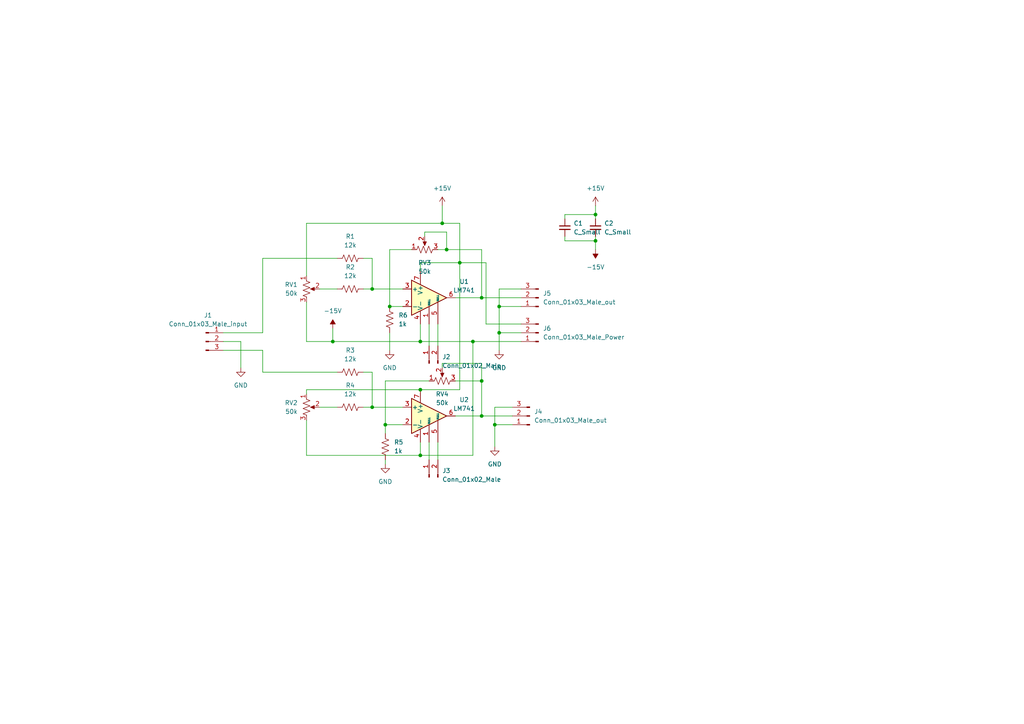
<source format=kicad_sch>
(kicad_sch (version 20211123) (generator eeschema)
  (paper "A4")
  (lib_symbols
    (symbol "Amplifier_Operational:LM741" (pin_names (offset 0.127))
      (property "Reference" "U" (at 0 6.35 0))
      (property "Value" "LM741" (at 0 3.81 0))
      (symbol "LM741_0_1"
        (polyline (pts (xy -5.08 5.08) (xy 5.08 0) (xy -5.08 -5.08) (xy -5.08 5.08)) (stroke (width 0.254)) (fill (type background)))
      )
      (symbol "LM741_1_1"
        (pin input line (at 0 -7.62 90) (length 5.08) (name "NULL") (number "1"))
        (pin input line (at -7.62 -2.54 0) (length 2.54) (name "-") (number "2"))
        (pin input line (at -7.62 2.54 0) (length 2.54) (name "+") (number "3"))
        (pin power_in line (at -2.54 -7.62 90) (length 3.81) (name "V-") (number "4"))
        (pin input line (at 2.54 -7.62 90) (length 6.35) (name "NULL") (number "5"))
        (pin output line (at 7.62 0 180) (length 2.54) (name "~") (number "6"))
        (pin power_in line (at -2.54 7.62 270) (length 3.81) (name "V+") (number "7"))
        (pin no_connect line (at 0 2.54 270) (length 2.54) hide (name "NC") (number "8"))
      )
    )
    (symbol "Connector:Conn_01x02_Male" (pin_names (offset 1.016) hide)
      (property "Reference" "J" (at 0 2.54 0))
      (property "Value" "Conn_01x02_Male" (at 0 -5.08 0))
      (symbol "Conn_01x02_Male_1_1"
        (polyline (pts (xy 1.27 -2.54) (xy 0.8636 -2.54)) (stroke (width 0.1524)))
        (polyline (pts (xy 1.27 0) (xy 0.8636 0)) (stroke (width 0.1524)))
        (rectangle (start 0.8636 -2.413) (end 0 -2.667) (stroke (width 0.1524)) (fill (type outline)))
        (rectangle (start 0.8636 0.127) (end 0 -0.127) (stroke (width 0.1524)) (fill (type outline)))
        (pin passive line (at 5.08 0 180) (length 3.81) (name "Pin_1") (number "1"))
        (pin passive line (at 5.08 -2.54 180) (length 3.81) (name "Pin_2") (number "2"))
      )
    )
    (symbol "Connector:Conn_01x03_Male" (pin_names (offset 1.016) hide)
      (property "Reference" "J" (at 0 5.08 0))
      (property "Value" "Conn_01x03_Male" (at 0 -5.08 0))
      (symbol "Conn_01x03_Male_1_1"
        (polyline (pts (xy 1.27 -2.54) (xy 0.8636 -2.54)) (stroke (width 0.1524)))
        (polyline (pts (xy 1.27 0) (xy 0.8636 0)) (stroke (width 0.1524)))
        (polyline (pts (xy 1.27 2.54) (xy 0.8636 2.54)) (stroke (width 0.1524)))
        (rectangle (start 0.8636 -2.413) (end 0 -2.667) (stroke (width 0.1524)) (fill (type outline)))
        (rectangle (start 0.8636 0.127) (end 0 -0.127) (stroke (width 0.1524)) (fill (type outline)))
        (rectangle (start 0.8636 2.667) (end 0 2.413) (stroke (width 0.1524)) (fill (type outline)))
        (pin passive line (at 5.08 2.54 180) (length 3.81) (name "Pin_1") (number "1"))
        (pin passive line (at 5.08 0 180) (length 3.81) (name "Pin_2") (number "2"))
        (pin passive line (at 5.08 -2.54 180) (length 3.81) (name "Pin_3") (number "3"))
      )
    )
    (symbol "Device:C_Small" (pin_numbers hide) (pin_names (offset 0.254) hide)
      (property "Reference" "C" (at 0.254 1.778 0))
      (property "Value" "C_Small" (at 0.254 -2.032 0))
      (symbol "C_Small_0_1"
        (polyline (pts (xy -1.524 -0.508) (xy 1.524 -0.508)) (stroke (width 0.3302)))
        (polyline (pts (xy -1.524 0.508) (xy 1.524 0.508)) (stroke (width 0.3048)))
      )
      (symbol "C_Small_1_1"
        (pin passive line (at 0 2.54 270) (length 2.032) (name "~") (number "1"))
        (pin passive line (at 0 -2.54 90) (length 2.032) (name "~") (number "2"))
      )
    )
    (symbol "Device:R_Potentiometer_US" (pin_names (offset 1.016) hide)
      (property "Reference" "RV" (at -4.445 0 90))
      (property "Value" "R_Potentiometer_US" (at -2.54 0 90))
      (symbol "R_Potentiometer_US_0_1"
        (polyline (pts (xy 0 -2.286) (xy 0 -2.54)))
        (polyline (pts (xy 0 2.54) (xy 0 2.286)))
        (polyline (pts (xy 2.54 0) (xy 1.524 0)))
        (polyline (pts (xy 1.143 0) (xy 2.286 0.508) (xy 2.286 -0.508) (xy 1.143 0)) (fill (type outline)))
        (polyline (pts (xy 0 -0.762) (xy 1.016 -1.143) (xy 0 -1.524) (xy -1.016 -1.905) (xy 0 -2.286)))
        (polyline (pts (xy 0 0.762) (xy 1.016 0.381) (xy 0 0) (xy -1.016 -0.381) (xy 0 -0.762)))
        (polyline (pts (xy 0 2.286) (xy 1.016 1.905) (xy 0 1.524) (xy -1.016 1.143) (xy 0 0.762)))
      )
      (symbol "R_Potentiometer_US_1_1"
        (pin passive line (at 0 3.81 270) (length 1.27) (name "1") (number "1"))
        (pin passive line (at 3.81 0 180) (length 1.27) (name "2") (number "2"))
        (pin passive line (at 0 -3.81 90) (length 1.27) (name "3") (number "3"))
      )
    )
    (symbol "Device:R_US" (pin_numbers hide) (pin_names (offset 0))
      (property "Reference" "R" (at 2.54 0 90))
      (property "Value" "R_US" (at -2.54 0 90))
      (symbol "R_US_0_1"
        (polyline (pts (xy 0 -2.286) (xy 0 -2.54)))
        (polyline (pts (xy 0 2.286) (xy 0 2.54)))
        (polyline (pts (xy 0 -0.762) (xy 1.016 -1.143) (xy 0 -1.524) (xy -1.016 -1.905) (xy 0 -2.286)))
        (polyline (pts (xy 0 0.762) (xy 1.016 0.381) (xy 0 0) (xy -1.016 -0.381) (xy 0 -0.762)))
        (polyline (pts (xy 0 2.286) (xy 1.016 1.905) (xy 0 1.524) (xy -1.016 1.143) (xy 0 0.762)))
      )
      (symbol "R_US_1_1"
        (pin passive line (at 0 3.81 270) (length 1.27) (name "~") (number "1"))
        (pin passive line (at 0 -3.81 90) (length 1.27) (name "~") (number "2"))
      )
    )
    (symbol "power:+15V" (power) (pin_names (offset 0))
      (property "Value" "+15V" (at 0 3.556 0))
      (symbol "+15V_0_1"
        (polyline (pts (xy -0.762 1.27) (xy 0 2.54)))
        (polyline (pts (xy 0 0) (xy 0 2.54)))
        (polyline (pts (xy 0 2.54) (xy 0.762 1.27)))
      )
      (symbol "+15V_1_1"
        (pin power_in line (at 0 0 90) (length 0) hide (name "+15V") (number "1"))
      )
    )
    (symbol "power:-15V" (power) (pin_names (offset 0))
      (property "Value" "-15V" (at 0 3.81 0))
      (symbol "-15V_0_0"
        (pin power_in line (at 0 0 90) (length 0) hide (name "-15V") (number "1"))
      )
      (symbol "-15V_0_1"
        (polyline (pts (xy 0 0) (xy 0 1.27) (xy 0.762 1.27) (xy 0 2.54) (xy -0.762 1.27) (xy 0 1.27)) (fill (type outline)))
      )
    )
    (symbol "power:GND" (power) (pin_names (offset 0))
      (property "Value" "GND" (at 0 -3.81 0))
      (symbol "GND_0_1"
        (polyline (pts (xy 0 0) (xy 0 -1.27) (xy 1.27 -1.27) (xy 0 -2.54) (xy -1.27 -1.27) (xy 0 -1.27)))
      )
      (symbol "GND_1_1"
        (pin power_in line (at 0 0 270) (length 0) hide (name "GND") (number "1"))
      )
    )
  )
  (junction (at 107.95 83.82))
  (junction (at 121.92 99.06))
  (junction (at 96.52 99.06))
  (junction (at 128.27 64.77))
  (junction (at 133.35 76.2))
  (junction (at 111.76 123.19))
  (junction (at 172.72 69.85))
  (junction (at 121.92 113.03))
  (junction (at 137.16 99.06))
  (junction (at 143.51 123.19))
  (junction (at 129.54 72.39))
  (junction (at 107.95 118.11))
  (junction (at 139.7 86.36))
  (junction (at 113.03 88.9))
  (junction (at 144.78 96.52))
  (junction (at 139.7 110.49))
  (junction (at 121.92 132.08))
  (junction (at 139.7 120.65))
  (junction (at 172.72 62.23))
  (junction (at 144.78 88.9))
  (wire (pts (xy 105.41 107.95) (xy 107.95 107.95)))
  (wire (pts (xy 105.41 83.82) (xy 107.95 83.82)))
  (wire (pts (xy 144.78 83.82) (xy 151.13 83.82)))
  (wire (pts (xy 121.92 76.2) (xy 133.35 76.2)))
  (wire (pts (xy 128.27 64.77) (xy 88.9 64.77)))
  (wire (pts (xy 129.54 72.39) (xy 139.7 72.39)))
  (wire (pts (xy 127 72.39) (xy 129.54 72.39)))
  (wire (pts (xy 76.2 96.52) (xy 76.2 74.93)))
  (wire (pts (xy 92.71 83.82) (xy 97.79 83.82)))
  (wire (pts (xy 127 93.98) (xy 127 100.33)))
  (wire (pts (xy 107.95 118.11) (xy 116.84 118.11)))
  (wire (pts (xy 139.7 105.41) (xy 139.7 110.49)))
  (wire (pts (xy 144.78 96.52) (xy 144.78 101.6)))
  (wire (pts (xy 128.27 59.69) (xy 128.27 64.77)))
  (wire (pts (xy 172.72 69.85) (xy 172.72 72.39)))
  (wire (pts (xy 121.92 128.27) (xy 121.92 132.08)))
  (wire (pts (xy 76.2 101.6) (xy 76.2 107.95)))
  (wire (pts (xy 132.08 110.49) (xy 139.7 110.49)))
  (wire (pts (xy 88.9 99.06) (xy 88.9 87.63)))
  (wire (pts (xy 132.08 86.36) (xy 139.7 86.36)))
  (wire (pts (xy 121.92 93.98) (xy 121.92 99.06)))
  (wire (pts (xy 128.27 105.41) (xy 139.7 105.41)))
  (wire (pts (xy 121.92 132.08) (xy 137.16 132.08)))
  (wire (pts (xy 163.83 63.5) (xy 163.83 62.23)))
  (wire (pts (xy 105.41 118.11) (xy 107.95 118.11)))
  (wire (pts (xy 64.77 101.6) (xy 76.2 101.6)))
  (wire (pts (xy 133.35 76.2) (xy 140.97 76.2)))
  (wire (pts (xy 88.9 99.06) (xy 96.52 99.06)))
  (wire (pts (xy 140.97 76.2) (xy 140.97 93.98)))
  (wire (pts (xy 143.51 123.19) (xy 143.51 129.54)))
  (wire (pts (xy 123.19 67.31) (xy 129.54 67.31)))
  (wire (pts (xy 111.76 110.49) (xy 111.76 123.19)))
  (wire (pts (xy 121.92 78.74) (xy 121.92 76.2)))
  (wire (pts (xy 133.35 76.2) (xy 133.35 113.03)))
  (wire (pts (xy 119.38 72.39) (xy 113.03 72.39)))
  (wire (pts (xy 121.92 113.03) (xy 133.35 113.03)))
  (wire (pts (xy 140.97 93.98) (xy 151.13 93.98)))
  (wire (pts (xy 127 128.27) (xy 127 133.35)))
  (wire (pts (xy 172.72 62.23) (xy 172.72 63.5)))
  (wire (pts (xy 143.51 123.19) (xy 148.59 123.19)))
  (wire (pts (xy 124.46 128.27) (xy 124.46 133.35)))
  (wire (pts (xy 113.03 72.39) (xy 113.03 88.9)))
  (wire (pts (xy 69.85 99.06) (xy 69.85 106.68)))
  (wire (pts (xy 107.95 74.93) (xy 105.41 74.93)))
  (wire (pts (xy 129.54 67.31) (xy 129.54 72.39)))
  (wire (pts (xy 133.35 76.2) (xy 133.35 64.77)))
  (wire (pts (xy 144.78 88.9) (xy 151.13 88.9)))
  (wire (pts (xy 124.46 93.98) (xy 124.46 100.33)))
  (wire (pts (xy 88.9 113.03) (xy 88.9 114.3)))
  (wire (pts (xy 133.35 64.77) (xy 128.27 64.77)))
  (wire (pts (xy 88.9 132.08) (xy 121.92 132.08)))
  (wire (pts (xy 88.9 64.77) (xy 88.9 80.01)))
  (wire (pts (xy 137.16 99.06) (xy 151.13 99.06)))
  (wire (pts (xy 96.52 95.25) (xy 96.52 99.06)))
  (wire (pts (xy 151.13 96.52) (xy 144.78 96.52)))
  (wire (pts (xy 139.7 86.36) (xy 151.13 86.36)))
  (wire (pts (xy 107.95 107.95) (xy 107.95 118.11)))
  (wire (pts (xy 172.72 59.69) (xy 172.72 62.23)))
  (wire (pts (xy 64.77 96.52) (xy 76.2 96.52)))
  (wire (pts (xy 76.2 107.95) (xy 97.79 107.95)))
  (wire (pts (xy 76.2 74.93) (xy 97.79 74.93)))
  (wire (pts (xy 121.92 113.03) (xy 88.9 113.03)))
  (wire (pts (xy 88.9 121.92) (xy 88.9 132.08)))
  (wire (pts (xy 139.7 120.65) (xy 139.7 110.49)))
  (wire (pts (xy 144.78 88.9) (xy 144.78 83.82)))
  (wire (pts (xy 121.92 99.06) (xy 137.16 99.06)))
  (wire (pts (xy 111.76 133.35) (xy 111.76 134.62)))
  (wire (pts (xy 172.72 69.85) (xy 163.83 69.85)))
  (wire (pts (xy 113.03 96.52) (xy 113.03 101.6)))
  (wire (pts (xy 96.52 99.06) (xy 121.92 99.06)))
  (wire (pts (xy 148.59 118.11) (xy 143.51 118.11)))
  (wire (pts (xy 113.03 88.9) (xy 116.84 88.9)))
  (wire (pts (xy 111.76 123.19) (xy 116.84 123.19)))
  (wire (pts (xy 116.84 83.82) (xy 107.95 83.82)))
  (wire (pts (xy 163.83 62.23) (xy 172.72 62.23)))
  (wire (pts (xy 107.95 74.93) (xy 107.95 83.82)))
  (wire (pts (xy 92.71 118.11) (xy 97.79 118.11)))
  (wire (pts (xy 139.7 86.36) (xy 139.7 72.39)))
  (wire (pts (xy 163.83 68.58) (xy 163.83 69.85)))
  (wire (pts (xy 128.27 106.68) (xy 128.27 105.41)))
  (wire (pts (xy 139.7 120.65) (xy 148.59 120.65)))
  (wire (pts (xy 111.76 123.19) (xy 111.76 125.73)))
  (wire (pts (xy 124.46 110.49) (xy 111.76 110.49)))
  (wire (pts (xy 64.77 99.06) (xy 69.85 99.06)))
  (wire (pts (xy 172.72 68.58) (xy 172.72 69.85)))
  (wire (pts (xy 144.78 96.52) (xy 144.78 88.9)))
  (wire (pts (xy 143.51 118.11) (xy 143.51 123.19)))
  (wire (pts (xy 137.16 132.08) (xy 137.16 99.06)))
  (wire (pts (xy 123.19 68.58) (xy 123.19 67.31)))
  (wire (pts (xy 132.08 120.65) (xy 139.7 120.65)))
  (symbol (lib_id "power:GND") (at 144.78 101.6 0) (unit 1)
    (property "Reference" "#PWR0108" (effects hide))
    (property "Value" "GND" (at 144.78 106.68 0))
  )
  (symbol (lib_id "Device:R_US") (at 101.6 83.82 270) (unit 1)
    (property "Reference" "R2" (at 101.6 77.47 90))
    (property "Value" "12k" (at 101.6 80.01 90))
    (property "Footprint" "Resistor_THT:R_Axial_DIN0204_L3.6mm_D1.6mm_P7.62mm_Horizontal" (effects hide))
  )
  (symbol (lib_id "Device:R_Potentiometer_US") (at 88.9 83.82 0) (unit 1)
    (property "Reference" "RV1" (at 86.36 82.5499 0) (effects (justify right)))
    (property "Value" "50k" (at 86.36 85.0899 0) (effects (justify right)))
    (property "Footprint" "Potentiometer_THT:Potentiometer_Bourns_3296W_Vertical" (effects hide))
  )
  (symbol (lib_id "Device:R_Potentiometer_US") (at 128.27 110.49 90) (unit 1)
    (property "Reference" "RV4" (at 128.27 114.3 90))
    (property "Value" "50k" (at 128.27 116.84 90))
    (property "Footprint" "Potentiometer_THT:Potentiometer_Bourns_3296W_Vertical" (effects hide))
  )
  (symbol (lib_id "Connector:Conn_01x03_Male") (at 153.67 120.65 180) (unit 1)
    (property "Reference" "J4" (at 154.94 119.3799 0) (effects (justify right)))
    (property "Value" "Conn_01x03_Male_out" (at 154.94 121.9199 0) (effects (justify right)))
    (property "Footprint" "Connector_PinHeader_2.54mm:PinHeader_1x03_P2.54mm_Vertical" (effects hide))
  )
  (symbol (lib_id "power:+15V") (at 172.72 59.69 0) (unit 1)
    (property "Reference" "#PWR0104" (effects hide))
    (property "Value" "+15V" (at 172.72 54.61 0))
  )
  (symbol (lib_id "Connector:Conn_01x02_Male") (at 124.46 105.41 90) (unit 1)
    (property "Reference" "J2" (at 128.27 103.5049 90) (effects (justify right)))
    (property "Value" "Conn_01x02_Male" (at 128.27 106.0449 90) (effects (justify right)))
    (property "Footprint" "Connector_PinHeader_2.54mm:PinHeader_1x02_P2.54mm_Vertical" (effects hide))
  )
  (symbol (lib_id "Connector:Conn_01x03_Male") (at 156.21 96.52 180) (unit 1)
    (property "Reference" "J6" (at 157.48 95.2499 0) (effects (justify right)))
    (property "Value" "Conn_01x03_Male_Power" (at 157.48 97.7899 0) (effects (justify right)))
    (property "Footprint" "Connector_PinHeader_2.54mm:PinHeader_1x03_P2.54mm_Vertical" (effects hide))
  )
  (symbol (lib_id "Device:R_Potentiometer_US") (at 123.19 72.39 90) (unit 1)
    (property "Reference" "RV3" (at 123.19 76.2 90))
    (property "Value" "50k" (at 123.19 78.74 90))
    (property "Footprint" "Potentiometer_THT:Potentiometer_Bourns_3296W_Vertical" (effects hide))
  )
  (symbol (lib_id "Device:R_US") (at 101.6 118.11 90) (unit 1)
    (property "Reference" "R4" (at 101.6 111.76 90))
    (property "Value" "12k" (at 101.6 114.3 90))
    (property "Footprint" "Resistor_THT:R_Axial_DIN0204_L3.6mm_D1.6mm_P7.62mm_Horizontal" (effects hide))
  )
  (symbol (lib_id "power:GND") (at 111.76 134.62 0) (unit 1)
    (property "Reference" "#PWR0102" (effects hide))
    (property "Value" "GND" (at 111.76 139.7 0))
  )
  (symbol (lib_id "Device:C_Small") (at 163.83 66.04 0) (unit 1)
    (property "Reference" "C1" (at 166.37 64.7762 0) (effects (justify left)))
    (property "Value" "C_Small" (at 166.37 67.3162 0) (effects (justify left)))
    (property "Footprint" "Capacitor_THT:C_Rect_L7.0mm_W3.5mm_P5.00mm" (effects hide))
  )
  (symbol (lib_id "power:GND") (at 113.03 101.6 0) (unit 1)
    (property "Reference" "#PWR0101" (effects hide))
    (property "Value" "GND" (at 113.03 106.68 0))
  )
  (symbol (lib_id "power:-15V") (at 96.52 95.25 0) (unit 1)
    (property "Reference" "#PWR0106" (effects hide))
    (property "Value" "-15V" (at 96.52 90.17 0))
  )
  (symbol (lib_id "Amplifier_Operational:LM741") (at 124.46 86.36 0) (unit 1)
    (property "Reference" "U1" (at 134.62 81.661 0))
    (property "Value" "LM741" (at 134.62 84.201 0))
    (property "Footprint" "Package_DIP:DIP-8_W7.62mm" (effects hide))
    (property "Datasheet" "http://www.ti.com/lit/ds/symlink/lm741.pdf" (effects hide))
  )
  (symbol (lib_id "Connector:Conn_01x03_Male") (at 156.21 86.36 180) (unit 1)
    (property "Reference" "J5" (at 157.48 85.0899 0) (effects (justify right)))
    (property "Value" "Conn_01x03_Male_out" (at 157.48 87.6299 0) (effects (justify right)))
    (property "Footprint" "Connector_PinHeader_2.54mm:PinHeader_1x03_P2.54mm_Vertical" (effects hide))
  )
  (symbol (lib_id "power:GND") (at 69.85 106.68 0) (unit 1)
    (property "Reference" "#PWR0107" (effects hide))
    (property "Value" "GND" (at 69.85 111.76 0))
  )
  (symbol (lib_id "Device:R_US") (at 101.6 107.95 90) (unit 1)
    (property "Reference" "R3" (at 101.6 101.6 90))
    (property "Value" "12k" (at 101.6 104.14 90))
    (property "Footprint" "Resistor_THT:R_Axial_DIN0204_L3.6mm_D1.6mm_P7.62mm_Horizontal" (effects hide))
  )
  (symbol (lib_id "Device:R_Potentiometer_US") (at 88.9 118.11 0) (unit 1)
    (property "Reference" "RV2" (at 86.36 116.8399 0) (effects (justify right)))
    (property "Value" "50k" (at 86.36 119.3799 0) (effects (justify right)))
    (property "Footprint" "Potentiometer_THT:Potentiometer_Bourns_3296W_Vertical" (effects hide))
  )
  (symbol (lib_id "Device:R_US") (at 101.6 74.93 90) (unit 1)
    (property "Reference" "R1" (at 101.6 68.58 90))
    (property "Value" "12k" (at 101.6 71.12 90))
    (property "Footprint" "Resistor_THT:R_Axial_DIN0204_L3.6mm_D1.6mm_P7.62mm_Horizontal" (effects hide))
  )
  (symbol (lib_id "Device:R_US") (at 113.03 92.71 0) (unit 1)
    (property "Reference" "R6" (at 115.57 91.4399 0) (effects (justify left)))
    (property "Value" "1k" (at 115.57 93.9799 0) (effects (justify left)))
    (property "Footprint" "Resistor_THT:R_Axial_DIN0204_L3.6mm_D1.6mm_P7.62mm_Horizontal" (effects hide))
  )
  (symbol (lib_id "power:+15V") (at 128.27 59.69 0) (unit 1)
    (property "Reference" "#PWR0105" (effects hide))
    (property "Value" "+15V" (at 128.27 54.61 0))
  )
  (symbol (lib_id "Connector:Conn_01x03_Male") (at 59.69 99.06 0) (unit 1)
    (property "Reference" "J1" (at 60.325 91.44 0))
    (property "Value" "Conn_01x03_Male_input" (at 60.325 93.98 0))
    (property "Footprint" "Connector_PinHeader_2.54mm:PinHeader_1x03_P2.54mm_Vertical" (effects hide))
  )
  (symbol (lib_id "power:GND") (at 143.51 129.54 0) (unit 1)
    (property "Reference" "#PWR0109" (effects hide))
    (property "Value" "GND" (at 143.51 134.62 0))
  )
  (symbol (lib_id "Connector:Conn_01x02_Male") (at 124.46 138.43 90) (unit 1)
    (property "Reference" "J3" (at 128.27 136.5249 90) (effects (justify right)))
    (property "Value" "Conn_01x02_Male" (at 128.27 139.0649 90) (effects (justify right)))
    (property "Footprint" "Connector_PinHeader_2.54mm:PinHeader_1x02_P2.54mm_Vertical" (effects hide))
  )
  (symbol (lib_id "Device:C_Small") (at 172.72 66.04 0) (unit 1)
    (property "Reference" "C2" (at 175.26 64.7762 0) (effects (justify left)))
    (property "Value" "C_Small" (at 175.26 67.3162 0) (effects (justify left)))
    (property "Footprint" "Capacitor_THT:C_Rect_L7.0mm_W3.5mm_P5.00mm" (effects hide))
  )
  (symbol (lib_id "Amplifier_Operational:LM741") (at 124.46 120.65 0) (unit 1)
    (property "Reference" "U2" (at 134.62 115.951 0))
    (property "Value" "LM741" (at 134.62 118.491 0))
    (property "Footprint" "Package_DIP:DIP-8_W7.62mm" (effects hide))
    (property "Datasheet" "http://www.ti.com/lit/ds/symlink/lm741.pdf" (effects hide))
  )
  (symbol (lib_id "Device:R_US") (at 111.76 129.54 0) (unit 1)
    (property "Reference" "R5" (at 114.3 128.2699 0) (effects (justify left)))
    (property "Value" "1k" (at 114.3 130.8099 0) (effects (justify left)))
    (property "Footprint" "Resistor_THT:R_Axial_DIN0204_L3.6mm_D1.6mm_P7.62mm_Horizontal" (effects hide))
  )
  (symbol (lib_id "power:-15V") (at 172.72 72.39 180) (unit 1)
    (property "Reference" "#PWR0103" (effects hide))
    (property "Value" "-15V" (at 172.72 77.47 0))
  )
)
</source>
